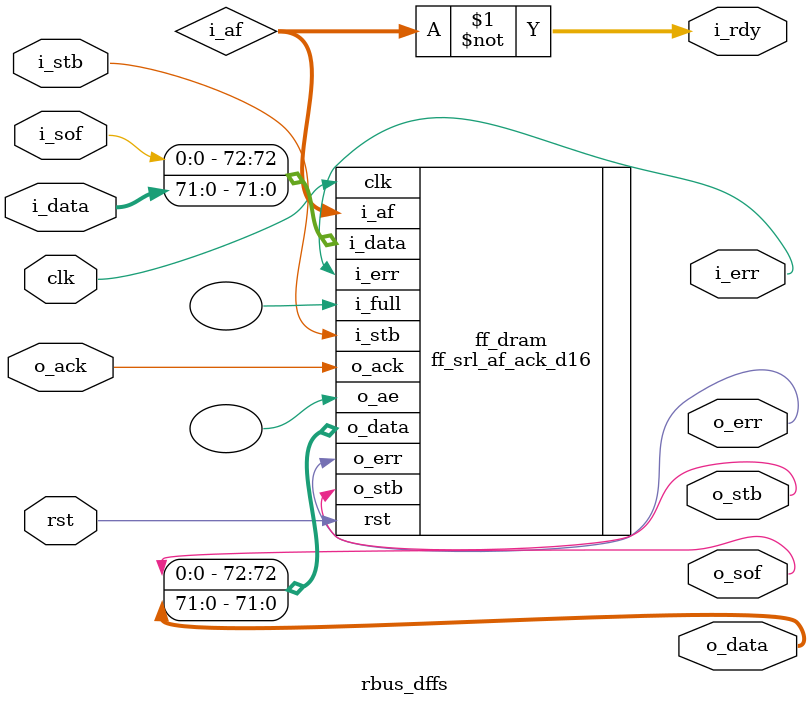
<source format=v>
`default_nettype none
`timescale 1ns / 1ns                            
//=============================================================================================
module rbus_dff
(      
input  wire  clk,   
input  wire           rst,   

input  wire           i_stb,
input  wire           i_sof,
input  wire   [71:0]  i_data,
output wire    [1:0]  i_rdy,
output wire           i_err,

output wire           o_stb,
output wire           o_sof,
output wire   [71:0]  o_data,
input  wire           o_ack,
output wire           o_err
);                                                                                             
//=============================================================================================   
wire [1:0] i_af;
ff_dram_af_ack_d32
#(
.WIDTH(73), 
.AF0LIMIT(6'd4),//4  zamiast 2 ze wzgledu na czasowki
.AF1LIMIT(6'd11) //11 zamiast 9 ze wzgledu na czasowki          
)   
ff_dram
(             
.clk    (clk),
.rst    (rst),
                 
.i_stb  (i_stb),  
.i_data ({i_sof, i_data}),
.i_af   (i_af),
.i_full (),
.i_err  (i_err),

.o_stb  (o_stb),
.o_ack  (o_ack),
.o_data ({o_sof, o_data}),
.o_ae   (),
.o_err  (o_err)
);     
assign i_rdy = ~i_af;
//=============================================================================================
endmodule



//=============================================================================================
module rbus_dffs
(      
input  wire  clk,   
input  wire           rst,   

input  wire           i_stb,
input  wire           i_sof,
input  wire   [71:0]  i_data,
output wire    [1:0]  i_rdy,
output wire           i_err,

output wire           o_stb,
output wire           o_sof,
output wire   [71:0]  o_data,
input  wire           o_ack,
output wire           o_err
);                                            
//=============================================================================================  
wire [1:0] i_af;  
`ifdef NO_SHIFT_REGS
ff_dram_af_ack_d16
`else	  
ff_srl_af_ack_d16
`endif            
#(
.WIDTH(73), 
.AF0LIMIT(6'd4),//4  zamiast 2 ze wzgledu na czasowki
.AF1LIMIT(6'd11) //11 zamiast 9 ze wzgledu na czasowki 
)   
ff_dram
(             
.clk    (clk),
.rst    (rst),
                 
.i_stb  (i_stb),  
.i_data ({i_sof, i_data}),
.i_af   (i_af),
.i_full (),   
.i_err  (i_err),

.o_stb  (o_stb),
.o_ack  (o_ack),
.o_data ({o_sof, o_data}), 
.o_ae   (),
.o_err  (o_err)
);             
assign i_rdy = ~i_af;
//=============================================================================================
endmodule
</source>
